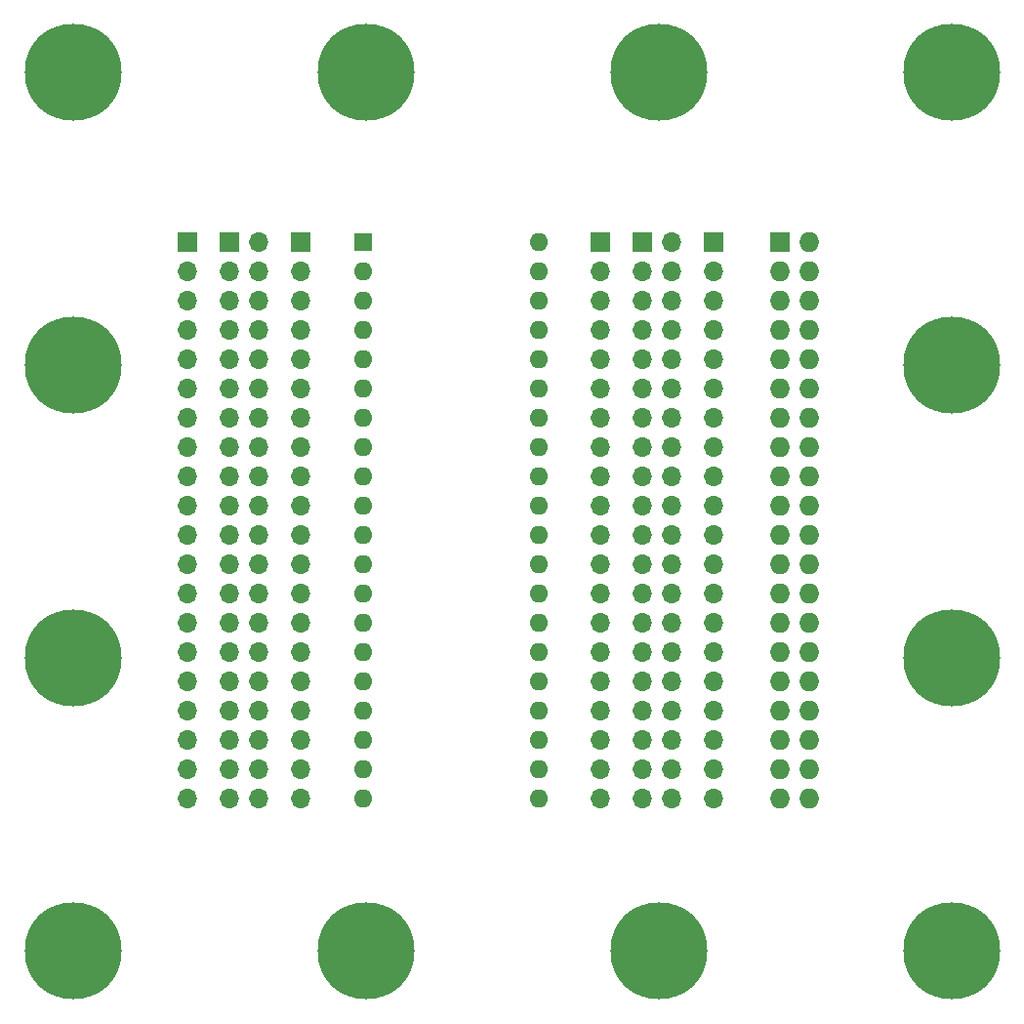
<source format=gbr>
%TF.GenerationSoftware,KiCad,Pcbnew,(5.99.0-7714-g70c397a9b4)*%
%TF.CreationDate,2021-02-07T00:17:42+03:00*%
%TF.ProjectId,dipext-pin_r4,64697065-7874-42d7-9069-6e5f72342e6b,rev?*%
%TF.SameCoordinates,Original*%
%TF.FileFunction,Soldermask,Top*%
%TF.FilePolarity,Negative*%
%FSLAX46Y46*%
G04 Gerber Fmt 4.6, Leading zero omitted, Abs format (unit mm)*
G04 Created by KiCad (PCBNEW (5.99.0-7714-g70c397a9b4)) date 2021-02-07 00:17:42*
%MOMM*%
%LPD*%
G01*
G04 APERTURE LIST*
%ADD10O,1.700000X1.700000*%
%ADD11R,1.700000X1.700000*%
%ADD12C,8.400000*%
%ADD13R,1.600000X1.600000*%
%ADD14O,1.600000X1.600000*%
%ADD15R,1.727200X1.727200*%
%ADD16O,1.727200X1.727200*%
G04 APERTURE END LIST*
D10*
%TO.C,J8*%
X51511199Y-94691201D03*
X51511199Y-92151201D03*
X51511199Y-89611201D03*
X51511199Y-87071201D03*
X51511199Y-84531201D03*
X51511199Y-81991201D03*
X51511199Y-79451201D03*
X51511199Y-76911201D03*
X51511199Y-74371201D03*
X51511199Y-71831201D03*
X51511199Y-69291201D03*
X51511199Y-66751201D03*
X51511199Y-64211201D03*
X51511199Y-61671201D03*
X51511199Y-59131201D03*
X51511199Y-56591201D03*
X51511199Y-54051201D03*
X51511199Y-51511201D03*
X51511199Y-48971201D03*
D11*
X51511199Y-46431201D03*
%TD*%
D10*
%TO.C,J7*%
X41681399Y-94691201D03*
X41681399Y-92151201D03*
X41681399Y-89611201D03*
X41681399Y-87071201D03*
X41681399Y-84531201D03*
X41681399Y-81991201D03*
X41681399Y-79451201D03*
X41681399Y-76911201D03*
X41681399Y-74371201D03*
X41681399Y-71831201D03*
X41681399Y-69291201D03*
X41681399Y-66751201D03*
X41681399Y-64211201D03*
X41681399Y-61671201D03*
X41681399Y-59131201D03*
X41681399Y-56591201D03*
X41681399Y-54051201D03*
X41681399Y-51511201D03*
X41681399Y-48971201D03*
D11*
X41681399Y-46431201D03*
%TD*%
D10*
%TO.C,J6*%
X77495399Y-94716601D03*
X77495399Y-92176601D03*
X77495399Y-89636601D03*
X77495399Y-87096601D03*
X77495399Y-84556601D03*
X77495399Y-82016601D03*
X77495399Y-79476601D03*
X77495399Y-76936601D03*
X77495399Y-74396601D03*
X77495399Y-71856601D03*
X77495399Y-69316601D03*
X77495399Y-66776601D03*
X77495399Y-64236601D03*
X77495399Y-61696601D03*
X77495399Y-59156601D03*
X77495399Y-56616601D03*
X77495399Y-54076601D03*
X77495399Y-51536601D03*
X77495399Y-48996601D03*
D11*
X77495399Y-46456601D03*
%TD*%
D10*
%TO.C,J5*%
X87350599Y-94716601D03*
X87350599Y-92176601D03*
X87350599Y-89636601D03*
X87350599Y-87096601D03*
X87350599Y-84556601D03*
X87350599Y-82016601D03*
X87350599Y-79476601D03*
X87350599Y-76936601D03*
X87350599Y-74396601D03*
X87350599Y-71856601D03*
X87350599Y-69316601D03*
X87350599Y-66776601D03*
X87350599Y-64236601D03*
X87350599Y-61696601D03*
X87350599Y-59156601D03*
X87350599Y-56616601D03*
X87350599Y-54076601D03*
X87350599Y-51536601D03*
X87350599Y-48996601D03*
D11*
X87350599Y-46456601D03*
%TD*%
D12*
%TO.C,MK11*%
X82550000Y-107950000D03*
%TD*%
%TO.C,MK10*%
X57150000Y-107950000D03*
%TD*%
%TO.C,MK8*%
X107950000Y-82550000D03*
%TD*%
%TO.C,MK6*%
X107950000Y-57150000D03*
%TD*%
D13*
%TO.C,J1*%
X56895999Y-46431201D03*
D14*
X72135999Y-94691201D03*
X56895999Y-48971201D03*
X72135999Y-92151201D03*
X56895999Y-51511201D03*
X72135999Y-89611201D03*
X56895999Y-54051201D03*
X72135999Y-87071201D03*
X56895999Y-56591201D03*
X72135999Y-84531201D03*
X56895999Y-59131201D03*
X72135999Y-81991201D03*
X56895999Y-61671201D03*
X72135999Y-79451201D03*
X56895999Y-64211201D03*
X72135999Y-76911201D03*
X56895999Y-66751201D03*
X72135999Y-74371201D03*
X56895999Y-69291201D03*
X72135999Y-71831201D03*
X56895999Y-71831201D03*
X72135999Y-69291201D03*
X56895999Y-74371201D03*
X72135999Y-66751201D03*
X56895999Y-76911201D03*
X72135999Y-64211201D03*
X56895999Y-79451201D03*
X72135999Y-61671201D03*
X56895999Y-81991201D03*
X72135999Y-59131201D03*
X56895999Y-84531201D03*
X72135999Y-56591201D03*
X56895999Y-87071201D03*
X72135999Y-54051201D03*
X56895999Y-89611201D03*
X72135999Y-51511201D03*
X56895999Y-92151201D03*
X72135999Y-48971201D03*
X56895999Y-94691201D03*
X72135999Y-46431201D03*
%TD*%
D12*
%TO.C,MK1*%
X31750000Y-31750000D03*
%TD*%
%TO.C,MK4*%
X107950000Y-31750000D03*
%TD*%
%TO.C,MK9*%
X31750000Y-107950000D03*
%TD*%
%TO.C,MK12*%
X107950000Y-107950000D03*
%TD*%
D15*
%TO.C,J2*%
X93065599Y-46456601D03*
D16*
X95605599Y-46456601D03*
X93065599Y-48996601D03*
X95605599Y-48996601D03*
X93065599Y-51536601D03*
X95605599Y-51536601D03*
X93065599Y-54076601D03*
X95605599Y-54076601D03*
X93065599Y-56616601D03*
X95605599Y-56616601D03*
X93065599Y-59156601D03*
X95605599Y-59156601D03*
X93065599Y-61696601D03*
X95605599Y-61696601D03*
X93065599Y-64236601D03*
X95605599Y-64236601D03*
X93065599Y-66776601D03*
X95605599Y-66776601D03*
X93065599Y-69316601D03*
X95605599Y-69316601D03*
X93065599Y-71856601D03*
X95605599Y-71856601D03*
X93065599Y-74396601D03*
X95605599Y-74396601D03*
X93065599Y-76936601D03*
X95605599Y-76936601D03*
X93065599Y-79476601D03*
X95605599Y-79476601D03*
X93065599Y-82016601D03*
X95605599Y-82016601D03*
X93065599Y-84556601D03*
X95605599Y-84556601D03*
X93065599Y-87096601D03*
X95605599Y-87096601D03*
X93065599Y-89636601D03*
X95605599Y-89636601D03*
X93065599Y-92176601D03*
X95605599Y-92176601D03*
X93065599Y-94716601D03*
X95605599Y-94716601D03*
%TD*%
D12*
%TO.C,MK3*%
X82550000Y-31750000D03*
%TD*%
%TO.C,MK2*%
X57150000Y-31750000D03*
%TD*%
%TO.C,MK5*%
X31750000Y-57150000D03*
%TD*%
%TO.C,MK7*%
X31750000Y-82550000D03*
%TD*%
D11*
%TO.C,J3*%
X45364399Y-46431201D03*
D10*
X47904399Y-46431201D03*
X45364399Y-48971201D03*
X47904399Y-48971201D03*
X45364399Y-51511201D03*
X47904399Y-51511201D03*
X45364399Y-54051201D03*
X47904399Y-54051201D03*
X45364399Y-56591201D03*
X47904399Y-56591201D03*
X45364399Y-59131201D03*
X47904399Y-59131201D03*
X45364399Y-61671201D03*
X47904399Y-61671201D03*
X45364399Y-64211201D03*
X47904399Y-64211201D03*
X45364399Y-66751201D03*
X47904399Y-66751201D03*
X45364399Y-69291201D03*
X47904399Y-69291201D03*
X45364399Y-71831201D03*
X47904399Y-71831201D03*
X45364399Y-74371201D03*
X47904399Y-74371201D03*
X45364399Y-76911201D03*
X47904399Y-76911201D03*
X45364399Y-79451201D03*
X47904399Y-79451201D03*
X45364399Y-81991201D03*
X47904399Y-81991201D03*
X45364399Y-84531201D03*
X47904399Y-84531201D03*
X45364399Y-87071201D03*
X47904399Y-87071201D03*
X45364399Y-89611201D03*
X47904399Y-89611201D03*
X45364399Y-92151201D03*
X47904399Y-92151201D03*
X45364399Y-94691201D03*
X47904399Y-94691201D03*
%TD*%
D11*
%TO.C,J4*%
X81152999Y-46456601D03*
D10*
X83692999Y-46456601D03*
X81152999Y-48996601D03*
X83692999Y-48996601D03*
X81152999Y-51536601D03*
X83692999Y-51536601D03*
X81152999Y-54076601D03*
X83692999Y-54076601D03*
X81152999Y-56616601D03*
X83692999Y-56616601D03*
X81152999Y-59156601D03*
X83692999Y-59156601D03*
X81152999Y-61696601D03*
X83692999Y-61696601D03*
X81152999Y-64236601D03*
X83692999Y-64236601D03*
X81152999Y-66776601D03*
X83692999Y-66776601D03*
X81152999Y-69316601D03*
X83692999Y-69316601D03*
X81152999Y-71856601D03*
X83692999Y-71856601D03*
X81152999Y-74396601D03*
X83692999Y-74396601D03*
X81152999Y-76936601D03*
X83692999Y-76936601D03*
X81152999Y-79476601D03*
X83692999Y-79476601D03*
X81152999Y-82016601D03*
X83692999Y-82016601D03*
X81152999Y-84556601D03*
X83692999Y-84556601D03*
X81152999Y-87096601D03*
X83692999Y-87096601D03*
X81152999Y-89636601D03*
X83692999Y-89636601D03*
X81152999Y-92176601D03*
X83692999Y-92176601D03*
X81152999Y-94716601D03*
X83692999Y-94716601D03*
%TD*%
M02*

</source>
